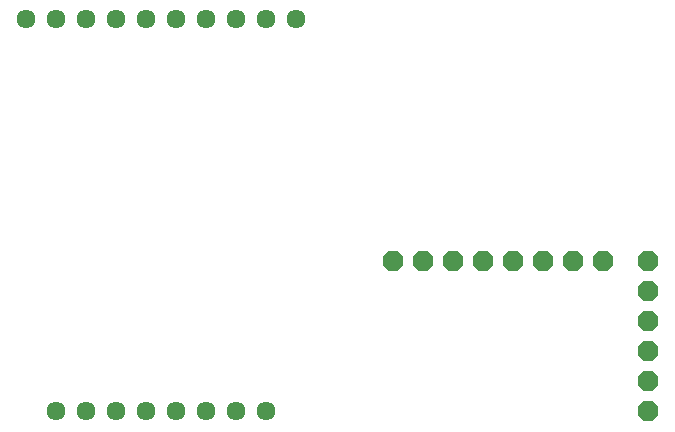
<source format=gbr>
G04 EAGLE Gerber RS-274X export*
G75*
%MOMM*%
%FSLAX34Y34*%
%LPD*%
%INSoldermask Top*%
%IPPOS*%
%AMOC8*
5,1,8,0,0,1.08239X$1,22.5*%
G01*
%ADD10C,1.611200*%
%ADD11P,1.869504X8X22.500000*%


D10*
X95250Y25400D03*
X69850Y25400D03*
X120650Y25400D03*
X146050Y25400D03*
X171450Y25400D03*
X196850Y25400D03*
X222250Y25400D03*
X44450Y25400D03*
X247650Y356870D03*
X222250Y356870D03*
X196850Y356870D03*
X171450Y356870D03*
X146050Y356870D03*
X120650Y356870D03*
X95250Y356870D03*
X69850Y356870D03*
X44450Y356870D03*
X19050Y356870D03*
D11*
X546100Y152400D03*
X546100Y127000D03*
X546100Y101600D03*
X546100Y76200D03*
X508000Y152400D03*
X482600Y152400D03*
X457200Y152400D03*
X431800Y152400D03*
X406400Y152400D03*
X381000Y152400D03*
X355600Y152400D03*
X330200Y152400D03*
X546100Y50800D03*
X546100Y25400D03*
M02*

</source>
